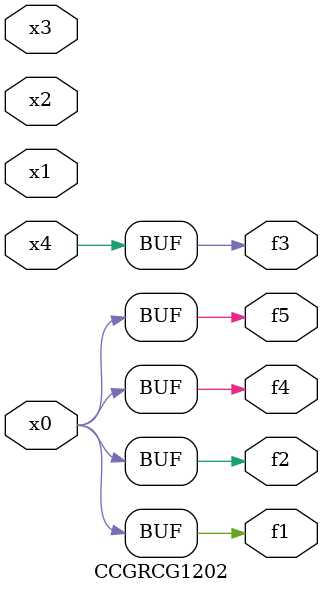
<source format=v>
module CCGRCG1202(
	input x0, x1, x2, x3, x4,
	output f1, f2, f3, f4, f5
);
	assign f1 = x0;
	assign f2 = x0;
	assign f3 = x4;
	assign f4 = x0;
	assign f5 = x0;
endmodule

</source>
